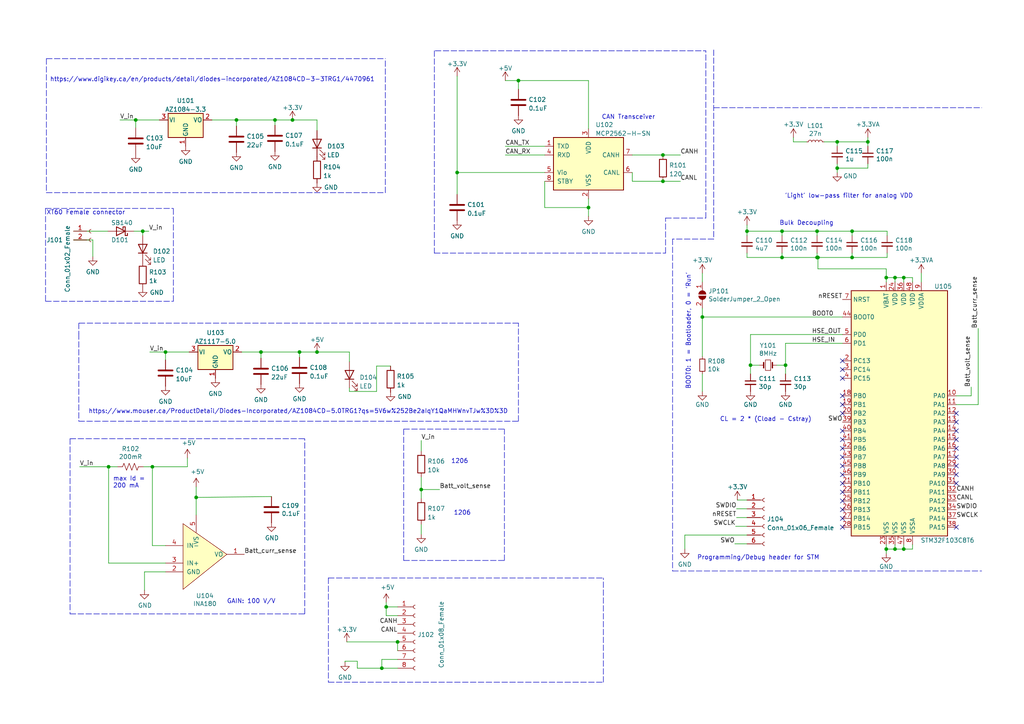
<source format=kicad_sch>
(kicad_sch (version 20211123) (generator eeschema)
  (paper "A4")
  (title_block (title "PDB") (date "2023-02-11") (rev "A") (company "USST Rocketry") (comment 1 "Atharva Kulkarni") (comment 2 "Colton Breitkreuz"))
  (lib_symbols
    (symbol "Connector:Conn_01x02_Female" (pin_names (offset 1.016) hide)
      (property "Reference" "J" (at 0 2.54 0))
      (property "Value" "Conn_01x02_Female" (at 0 -5.08 0))
      (symbol "Conn_01x02_Female_1_1"
        (arc (start 0 -2.032) (mid -0.508 -2.54) (end 0 -3.048) (stroke (width 0.1524)))
        (polyline (pts (xy -1.27 -2.54) (xy -0.508 -2.54)) (stroke (width 0.1524)))
        (polyline (pts (xy -1.27 0) (xy -0.508 0)) (stroke (width 0.1524)))
        (arc (start 0 0.508) (mid -0.508 0) (end 0 -0.508) (stroke (width 0.1524)))
        (pin passive line (at -5.08 0 0) (length 3.81) (name "Pin_1") (number "1"))
        (pin passive line (at -5.08 -2.54 0) (length 3.81) (name "Pin_2") (number "2"))
      )
    )
    (symbol "Connector:Conn_01x06_Female" (pin_names (offset 1.016) hide)
      (property "Reference" "J" (at 0 7.62 0))
      (property "Value" "Conn_01x06_Female" (at 0 -10.16 0))
      (symbol "Conn_01x06_Female_1_1"
        (arc (start 0 -7.112) (mid -0.508 -7.62) (end 0 -8.128) (stroke (width 0.1524)))
        (arc (start 0 -4.572) (mid -0.508 -5.08) (end 0 -5.588) (stroke (width 0.1524)))
        (arc (start 0 -2.032) (mid -0.508 -2.54) (end 0 -3.048) (stroke (width 0.1524)))
        (polyline (pts (xy -1.27 -7.62) (xy -0.508 -7.62)) (stroke (width 0.1524)))
        (polyline (pts (xy -1.27 -5.08) (xy -0.508 -5.08)) (stroke (width 0.1524)))
        (polyline (pts (xy -1.27 -2.54) (xy -0.508 -2.54)) (stroke (width 0.1524)))
        (polyline (pts (xy -1.27 0) (xy -0.508 0)) (stroke (width 0.1524)))
        (polyline (pts (xy -1.27 2.54) (xy -0.508 2.54)) (stroke (width 0.1524)))
        (polyline (pts (xy -1.27 5.08) (xy -0.508 5.08)) (stroke (width 0.1524)))
        (arc (start 0 0.508) (mid -0.508 0) (end 0 -0.508) (stroke (width 0.1524)))
        (arc (start 0 3.048) (mid -0.508 2.54) (end 0 2.032) (stroke (width 0.1524)))
        (arc (start 0 5.588) (mid -0.508 5.08) (end 0 4.572) (stroke (width 0.1524)))
        (pin passive line (at -5.08 5.08 0) (length 3.81) (name "Pin_1") (number "1"))
        (pin passive line (at -5.08 2.54 0) (length 3.81) (name "Pin_2") (number "2"))
        (pin passive line (at -5.08 0 0) (length 3.81) (name "Pin_3") (number "3"))
        (pin passive line (at -5.08 -2.54 0) (length 3.81) (name "Pin_4") (number "4"))
        (pin passive line (at -5.08 -5.08 0) (length 3.81) (name "Pin_5") (number "5"))
        (pin passive line (at -5.08 -7.62 0) (length 3.81) (name "Pin_6") (number "6"))
      )
    )
    (symbol "Connector:Conn_01x08_Female" (pin_names (offset 1.016) hide)
      (property "Reference" "J" (at 0 10.16 0))
      (property "Value" "Conn_01x08_Female" (at 0 -12.7 0))
      (symbol "Conn_01x08_Female_1_1"
        (arc (start 0 -9.652) (mid -0.508 -10.16) (end 0 -10.668) (stroke (width 0.1524)))
        (arc (start 0 -7.112) (mid -0.508 -7.62) (end 0 -8.128) (stroke (width 0.1524)))
        (arc (start 0 -4.572) (mid -0.508 -5.08) (end 0 -5.588) (stroke (width 0.1524)))
        (arc (start 0 -2.032) (mid -0.508 -2.54) (end 0 -3.048) (stroke (width 0.1524)))
        (polyline (pts (xy -1.27 -10.16) (xy -0.508 -10.16)) (stroke (width 0.1524)))
        (polyline (pts (xy -1.27 -7.62) (xy -0.508 -7.62)) (stroke (width 0.1524)))
        (polyline (pts (xy -1.27 -5.08) (xy -0.508 -5.08)) (stroke (width 0.1524)))
        (polyline (pts (xy -1.27 -2.54) (xy -0.508 -2.54)) (stroke (width 0.1524)))
        (polyline (pts (xy -1.27 0) (xy -0.508 0)) (stroke (width 0.1524)))
        (polyline (pts (xy -1.27 2.54) (xy -0.508 2.54)) (stroke (width 0.1524)))
        (polyline (pts (xy -1.27 5.08) (xy -0.508 5.08)) (stroke (width 0.1524)))
        (polyline (pts (xy -1.27 7.62) (xy -0.508 7.62)) (stroke (width 0.1524)))
        (arc (start 0 0.508) (mid -0.508 0) (end 0 -0.508) (stroke (width 0.1524)))
        (arc (start 0 3.048) (mid -0.508 2.54) (end 0 2.032) (stroke (width 0.1524)))
        (arc (start 0 5.588) (mid -0.508 5.08) (end 0 4.572) (stroke (width 0.1524)))
        (arc (start 0 8.128) (mid -0.508 7.62) (end 0 7.112) (stroke (width 0.1524)))
        (pin passive line (at -5.08 7.62 0) (length 3.81) (name "Pin_1") (number "1"))
        (pin passive line (at -5.08 5.08 0) (length 3.81) (name "Pin_2") (number "2"))
        (pin passive line (at -5.08 2.54 0) (length 3.81) (name "Pin_3") (number "3"))
        (pin passive line (at -5.08 0 0) (length 3.81) (name "Pin_4") (number "4"))
        (pin passive line (at -5.08 -2.54 0) (length 3.81) (name "Pin_5") (number "5"))
        (pin passive line (at -5.08 -5.08 0) (length 3.81) (name "Pin_6") (number "6"))
        (pin passive line (at -5.08 -7.62 0) (length 3.81) (name "Pin_7") (number "7"))
        (pin passive line (at -5.08 -10.16 0) (length 3.81) (name "Pin_8") (number "8"))
      )
    )
    (symbol "Device:C" (pin_numbers hide) (pin_names (offset 0.254))
      (property "Reference" "C" (at 0.635 2.54 0))
      (property "Value" "C" (at 0.635 -2.54 0))
      (symbol "C_0_1"
        (polyline (pts (xy -2.032 -0.762) (xy 2.032 -0.762)) (stroke (width 0.508)))
        (polyline (pts (xy -2.032 0.762) (xy 2.032 0.762)) (stroke (width 0.508)))
      )
      (symbol "C_1_1"
        (pin passive line (at 0 3.81 270) (length 2.794) (name "~") (number "1"))
        (pin passive line (at 0 -3.81 90) (length 2.794) (name "~") (number "2"))
      )
    )
    (symbol "Device:C_Small" (pin_numbers hide) (pin_names (offset 0.254) hide)
      (property "Reference" "C" (at 0.254 1.778 0))
      (property "Value" "C_Small" (at 0.254 -2.032 0))
      (symbol "C_Small_0_1"
        (polyline (pts (xy -1.524 -0.508) (xy 1.524 -0.508)) (stroke (width 0.3302)))
        (polyline (pts (xy -1.524 0.508) (xy 1.524 0.508)) (stroke (width 0.3048)))
      )
      (symbol "C_Small_1_1"
        (pin passive line (at 0 2.54 270) (length 2.032) (name "~") (number "1"))
        (pin passive line (at 0 -2.54 90) (length 2.032) (name "~") (number "2"))
      )
    )
    (symbol "Device:Crystal_Small" (pin_numbers hide) (pin_names (offset 1.016) hide)
      (property "Reference" "Y" (at 0 2.54 0))
      (property "Value" "Crystal_Small" (at 0 -2.54 0))
      (symbol "Crystal_Small_0_1"
        (rectangle (start -0.762 -1.524) (end 0.762 1.524))
        (polyline (pts (xy -1.27 -0.762) (xy -1.27 0.762)) (stroke (width 0.381)))
        (polyline (pts (xy 1.27 -0.762) (xy 1.27 0.762)) (stroke (width 0.381)))
      )
      (symbol "Crystal_Small_1_1"
        (pin passive line (at -2.54 0 0) (length 1.27) (name "1") (number "1"))
        (pin passive line (at 2.54 0 180) (length 1.27) (name "2") (number "2"))
      )
    )
    (symbol "Device:LED" (pin_numbers hide) (pin_names (offset 1.016) hide)
      (property "Reference" "D" (at 0 2.54 0))
      (property "Value" "LED" (at 0 -2.54 0))
      (symbol "LED_0_1"
        (polyline (pts (xy -1.27 -1.27) (xy -1.27 1.27)) (stroke (width 0.254)))
        (polyline (pts (xy -1.27 0) (xy 1.27 0)))
        (polyline (pts (xy 1.27 -1.27) (xy 1.27 1.27) (xy -1.27 0) (xy 1.27 -1.27)) (stroke (width 0.254)))
        (polyline (pts (xy -3.048 -0.762) (xy -4.572 -2.286) (xy -3.81 -2.286) (xy -4.572 -2.286) (xy -4.572 -1.524)))
        (polyline (pts (xy -1.778 -0.762) (xy -3.302 -2.286) (xy -2.54 -2.286) (xy -3.302 -2.286) (xy -3.302 -1.524)))
      )
      (symbol "LED_1_1"
        (pin passive line (at -3.81 0 0) (length 2.54) (name "K") (number "1"))
        (pin passive line (at 3.81 0 180) (length 2.54) (name "A") (number "2"))
      )
    )
    (symbol "Device:L_Small" (pin_numbers hide) (pin_names (offset 0.254) hide)
      (property "Reference" "L" (at 0.762 1.016 0))
      (property "Value" "L_Small" (at 0.762 -1.016 0))
      (symbol "L_Small_0_1"
        (arc (start 0 -2.032) (mid 0.508 -1.524) (end 0 -1.016))
        (arc (start 0 -1.016) (mid 0.508 -0.508) (end 0 0))
        (arc (start 0 0) (mid 0.508 0.508) (end 0 1.016))
        (arc (start 0 1.016) (mid 0.508 1.524) (end 0 2.032))
      )
      (symbol "L_Small_1_1"
        (pin passive line (at 0 2.54 270) (length 0.508) (name "~") (number "1"))
        (pin passive line (at 0 -2.54 90) (length 0.508) (name "~") (number "2"))
      )
    )
    (symbol "Device:R" (pin_numbers hide) (pin_names (offset 0))
      (property "Reference" "R" (at 2.032 0 90))
      (property "Value" "R" (at 0 0 90))
      (symbol "R_0_1"
        (rectangle (start -1.016 -2.54) (end 1.016 2.54) (stroke (width 0.254)))
      )
      (symbol "R_1_1"
        (pin passive line (at 0 3.81 270) (length 1.27) (name "~") (number "1"))
        (pin passive line (at 0 -3.81 90) (length 1.27) (name "~") (number "2"))
      )
    )
    (symbol "Device:R_Small" (pin_numbers hide) (pin_names (offset 0.254) hide)
      (property "Reference" "R" (at 0.762 0.508 0))
      (property "Value" "R_Small" (at 0.762 -1.016 0))
      (symbol "R_Small_0_1"
        (rectangle (start -0.762 1.778) (end 0.762 -1.778) (stroke (width 0.2032)))
      )
      (symbol "R_Small_1_1"
        (pin passive line (at 0 2.54 270) (length 0.762) (name "~") (number "1"))
        (pin passive line (at 0 -2.54 90) (length 0.762) (name "~") (number "2"))
      )
    )
    (symbol "Device:R_US" (pin_numbers hide) (pin_names (offset 0))
      (property "Reference" "R" (at 2.54 0 90))
      (property "Value" "R_US" (at -2.54 0 90))
      (symbol "R_US_0_1"
        (polyline (pts (xy 0 -2.286) (xy 0 -2.54)))
        (polyline (pts (xy 0 2.286) (xy 0 2.54)))
        (polyline (pts (xy 0 -0.762) (xy 1.016 -1.143) (xy 0 -1.524) (xy -1.016 -1.905) (xy 0 -2.286)))
        (polyline (pts (xy 0 0.762) (xy 1.016 0.381) (xy 0 0) (xy -1.016 -0.381) (xy 0 -0.762)))
        (polyline (pts (xy 0 2.286) (xy 1.016 1.905) (xy 0 1.524) (xy -1.016 1.143) (xy 0 0.762)))
      )
      (symbol "R_US_1_1"
        (pin passive line (at 0 3.81 270) (length 1.27) (name "~") (number "1"))
        (pin passive line (at 0 -3.81 90) (length 1.27) (name "~") (number "2"))
      )
    )
    (symbol "Diode:SB140" (pin_numbers hide) (pin_names (offset 1.016) hide)
      (property "Reference" "D" (at 0 2.54 0))
      (property "Value" "SB140" (at 0 -2.54 0))
      (symbol "SB140_0_1"
        (polyline (pts (xy 1.27 0) (xy -1.27 0)))
        (polyline (pts (xy 1.27 1.27) (xy 1.27 -1.27) (xy -1.27 0) (xy 1.27 1.27)) (stroke (width 0.254)))
        (polyline (pts (xy -1.905 0.635) (xy -1.905 1.27) (xy -1.27 1.27) (xy -1.27 -1.27) (xy -0.635 -1.27) (xy -0.635 -0.635)) (stroke (width 0.254)))
      )
      (symbol "SB140_1_1"
        (pin passive line (at -3.81 0 0) (length 2.54) (name "K") (number "1"))
        (pin passive line (at 3.81 0 180) (length 2.54) (name "A") (number "2"))
      )
    )
    (symbol "Interface_CAN_LIN:MCP2562-H-SN" (pin_names (offset 1.016))
      (property "Reference" "U" (at -10.16 8.89 0))
      (property "Value" "MCP2562-H-SN" (at 2.54 8.89 0))
      (symbol "MCP2562-H-SN_0_1"
        (rectangle (start -10.16 7.62) (end 10.16 -7.62) (stroke (width 0.254)) (fill (type background)))
      )
      (symbol "MCP2562-H-SN_1_1"
        (pin input line (at -12.7 5.08 0) (length 2.54) (name "TXD") (number "1"))
        (pin power_in line (at 0 -10.16 90) (length 2.54) (name "VSS") (number "2"))
        (pin power_in line (at 0 10.16 270) (length 2.54) (name "VDD") (number "3"))
        (pin output line (at -12.7 2.54 0) (length 2.54) (name "RXD") (number "4"))
        (pin power_in line (at -12.7 -2.54 0) (length 2.54) (name "Vio") (number "5"))
        (pin bidirectional line (at 12.7 -2.54 180) (length 2.54) (name "CANL") (number "6"))
        (pin bidirectional line (at 12.7 2.54 180) (length 2.54) (name "CANH") (number "7"))
        (pin input line (at -12.7 -5.08 0) (length 2.54) (name "STBY") (number "8"))
      )
    )
    (symbol "Jumper:SolderJumper_2_Open" (pin_names (offset 0) hide)
      (property "Reference" "JP" (at 0 2.032 0))
      (property "Value" "SolderJumper_2_Open" (at 0 -2.54 0))
      (symbol "SolderJumper_2_Open_0_1"
        (arc (start -0.254 1.016) (mid -1.27 0) (end -0.254 -1.016))
        (arc (start -0.254 1.016) (mid -1.27 0) (end -0.254 -1.016) (fill (type outline)))
        (polyline (pts (xy -0.254 1.016) (xy -0.254 -1.016)))
        (polyline (pts (xy 0.254 1.016) (xy 0.254 -1.016)))
        (arc (start 0.254 -1.016) (mid 1.27 0) (end 0.254 1.016))
        (arc (start 0.254 -1.016) (mid 1.27 0) (end 0.254 1.016) (fill (type outline)))
      )
      (symbol "SolderJumper_2_Open_1_1"
        (pin passive line (at -3.81 0 0) (length 2.54) (name "A") (number "1"))
        (pin passive line (at 3.81 0 180) (length 2.54) (name "B") (number "2"))
      )
    )
    (symbol "MCU_ST_STM32F1:STM32F103C8Tx"
      (property "Reference" "U" (at -15.24 36.83 0))
      (property "Value" "STM32F103C8Tx" (at 7.62 36.83 0))
      (symbol "STM32F103C8Tx_0_1"
        (rectangle (start -15.24 -35.56) (end 12.7 35.56) (stroke (width 0.254)) (fill (type background)))
      )
      (symbol "STM32F103C8Tx_1_1"
        (pin power_in line (at -5.08 38.1 270) (length 2.54) (name "VBAT") (number "1"))
        (pin bidirectional line (at 15.24 5.08 180) (length 2.54) (name "PA0") (number "10"))
        (pin bidirectional line (at 15.24 2.54 180) (length 2.54) (name "PA1") (number "11"))
        (pin bidirectional line (at 15.24 0 180) (length 2.54) (name "PA2") (number "12"))
        (pin bidirectional line (at 15.24 -2.54 180) (length 2.54) (name "PA3") (number "13"))
        (pin bidirectional line (at 15.24 -5.08 180) (length 2.54) (name "PA4") (number "14"))
        (pin bidirectional line (at 15.24 -7.62 180) (length 2.54) (name "PA5") (number "15"))
        (pin bidirectional line (at 15.24 -10.16 180) (length 2.54) (name "PA6") (number "16"))
        (pin bidirectional line (at 15.24 -12.7 180) (length 2.54) (name "PA7") (number "17"))
        (pin bidirectional line (at -17.78 5.08 0) (length 2.54) (name "PB0") (number "18"))
        (pin bidirectional line (at -17.78 2.54 0) (length 2.54) (name "PB1") (number "19"))
        (pin bidirectional line (at -17.78 15.24 0) (length 2.54) (name "PC13") (number "2"))
        (pin bidirectional line (at -17.78 0 0) (length 2.54) (name "PB2") (number "20"))
        (pin bidirectional line (at -17.78 -20.32 0) (length 2.54) (name "PB10") (number "21"))
        (pin bidirectional line (at -17.78 -22.86 0) (length 2.54) (name "PB11") (number "22"))
        (pin power_in line (at -5.08 -38.1 90) (length 2.54) (name "VSS") (number "23"))
        (pin power_in line (at -2.54 38.1 270) (length 2.54) (name "VDD") (number "24"))
        (pin bidirectional line (at -17.78 -25.4 0) (length 2.54) (name "PB12") (number "25"))
        (pin bidirectional line (at -17.78 -27.94 0) (length 2.54) (name "PB13") (number "26"))
        (pin bidirectional line (at -17.78 -30.48 0) (length 2.54) (name "PB14") (number "27"))
        (pin bidirectional line (at -17.78 -33.02 0) (length 2.54) (name "PB15") (number "28"))
        (pin bidirectional line (at 15.24 -15.24 180) (length 2.54) (name "PA8") (number "29"))
        (pin bidirectional line (at -17.78 12.7 0) (length 2.54) (name "PC14") (number "3"))
        (pin bidirectional line (at 15.24 -17.78 180) (length 2.54) (name "PA9") (number "30"))
        (pin bidirectional line (at 15.24 -20.32 180) (length 2.54) (name "PA10") (number "31"))
        (pin bidirectional line (at 15.24 -22.86 180) (length 2.54) (name "PA11") (number "32"))
        (pin bidirectional line (at 15.24 -25.4 180) (length 2.54) (name "PA12") (number "33"))
        (pin bidirectional line (at 15.24 -27.94 180) (length 2.54) (name "PA13") (number "34"))
        (pin power_in line (at -2.54 -38.1 90) (length 2.54) (name "VSS") (number "35"))
        (pin power_in line (at 0 38.1 270) (length 2.54) (name "VDD") (number "36"))
        (pin bidirectional line (at 15.24 -30.48 180) (length 2.54) (name "PA14") (number "37"))
        (pin bidirectional line (at 15.24 -33.02 180) (length 2.54) (name "PA15") (number "38"))
        (pin bidirectional line (at -17.78 -2.54 0) (length 2.54) (name "PB3") (number "39"))
        (pin bidirectional line (at -17.78 10.16 0) (length 2.54) (name "PC15") (number "4"))
        (pin bidirectional line (at -17.78 -5.08 0) (length 2.54) (name "PB4") (number "40"))
        (pin bidirectional line (at -17.78 -7.62 0) (length 2.54) (name "PB5") (number "41"))
        (pin bidirectional line (at -17.78 -10.16 0) (length 2.54) (name "PB6") (number "42"))
        (pin bidirectional line (at -17.78 -12.7 0) (length 2.54) (name "PB7") (number "43"))
        (pin input line (at -17.78 27.94 0) (length 2.54) (name "BOOT0") (number "44"))
        (pin bidirectional line (at -17.78 -15.24 0) (length 2.54) (name "PB8") (number "45"))
        (pin bidirectional line (at -17.78 -17.78 0) (length 2.54) (name "PB9") (number "46"))
        (pin power_in line (at 0 -38.1 90) (length 2.54) (name "VSS") (number "47"))
        (pin power_in line (at 2.54 38.1 270) (length 2.54) (name "VDD") (number "48"))
        (pin input line (at -17.78 22.86 0) (length 2.54) (name "PD0") (number "5"))
        (pin input line (at -17.78 20.32 0) (length 2.54) (name "PD1") (number "6"))
        (pin input line (at -17.78 33.02 0) (length 2.54) (name "NRST") (number "7"))
        (pin power_in line (at 2.54 -38.1 90) (length 2.54) (name "VSSA") (number "8"))
        (pin power_in line (at 5.08 38.1 270) (length 2.54) (name "VDDA") (number "9"))
      )
    )
    (symbol "Regulator_Linear:AZ1084-3.3" (pin_names (offset 0.254))
      (property "Reference" "U" (at -3.81 3.175 0))
      (property "Value" "AZ1084-3.3" (at 0 3.175 0))
      (symbol "AZ1084-3.3_0_1"
        (rectangle (start -5.08 1.905) (end 5.08 -5.08) (stroke (width 0.254)) (fill (type background)))
      )
      (symbol "AZ1084-3.3_1_1"
        (pin power_in line (at 0 -7.62 90) (length 2.54) (name "GND") (number "1"))
        (pin power_out line (at 7.62 0 180) (length 2.54) (name "VO") (number "2"))
        (pin power_in line (at -7.62 0 0) (length 2.54) (name "VI") (number "3"))
      )
    )
    (symbol "Regulator_Linear:AZ1117-5.0" (pin_names (offset 0.254))
      (property "Reference" "U" (at -3.81 3.175 0))
      (property "Value" "AZ1117-5.0" (at 0 3.175 0))
      (symbol "AZ1117-5.0_0_1"
        (rectangle (start -5.08 1.905) (end 5.08 -5.08) (stroke (width 0.254)) (fill (type background)))
      )
      (symbol "AZ1117-5.0_1_1"
        (pin power_in line (at 0 -7.62 90) (length 2.54) (name "GND") (number "1"))
        (pin power_out line (at 7.62 0 180) (length 2.54) (name "VO") (number "2"))
        (pin power_in line (at -7.62 0 0) (length 2.54) (name "VI") (number "3"))
      )
    )
    (symbol "canhw:INA180" (pin_names (offset 1.016))
      (property "Reference" "U" (at -5.08 13.97 0))
      (property "Value" "INA180" (at -11.43 15.24 0))
      (symbol "INA180_0_1"
        (polyline (pts (xy 5.08 0) (xy -7.62 8.89)))
        (polyline (pts (xy -7.62 8.89) (xy -7.62 -10.16) (xy 5.08 0)) (fill (type background)))
      )
      (symbol "INA180_1_1"
        (pin output line (at 10.16 0 180) (length 5.08) (name "VO") (number "1"))
        (pin power_in line (at -12.7 -5.08 0) (length 5.08) (name "GND") (number "2"))
        (pin input line (at -12.7 -2.54 0) (length 5.08) (name "IN+") (number "3"))
        (pin input line (at -12.7 2.54 0) (length 5.08) (name "IN-") (number "4"))
        (pin power_in line (at -3.81 11.43 270) (length 5.08) (name "VS") (number "5"))
      )
    )
    (symbol "power:+3.3V" (power) (pin_names (offset 0))
      (property "Value" "+3.3V" (at 0 3.556 0))
      (symbol "+3.3V_0_1"
        (polyline (pts (xy -0.762 1.27) (xy 0 2.54)))
        (polyline (pts (xy 0 0) (xy 0 2.54)))
        (polyline (pts (xy 0 2.54) (xy 0.762 1.27)))
      )
      (symbol "+3.3V_1_1"
        (pin power_in line (at 0 0 90) (length 0) hide (name "+3.3V") (number "1"))
      )
    )
    (symbol "power:+3.3VA" (power) (pin_names (offset 0))
      (property "Value" "+3.3VA" (at 0 3.556 0))
      (symbol "+3.3VA_0_1"
        (polyline (pts (xy -0.762 1.27) (xy 0 2.54)))
        (polyline (pts (xy 0 0) (xy 0 2.54)))
        (polyline (pts (xy 0 2.54) (xy 0.762 1.27)))
      )
      (symbol "+3.3VA_1_1"
        (pin power_in line (at 0 0 90) (length 0) hide (name "+3.3VA") (number "1"))
      )
    )
    (symbol "power:+5V" (power) (pin_names (offset 0))
      (property "Value" "+5V" (at 0 3.556 0))
      (symbol "+5V_0_1"
        (polyline (pts (xy -0.762 1.27) (xy 0 2.54)))
        (polyline (pts (xy 0 0) (xy 0 2.54)))
        (polyline (pts (xy 0 2.54) (xy 0.762 1.27)))
      )
      (symbol "+5V_1_1"
        (pin power_in line (at 0 0 90) (length 0) hide (name "+5V") (number "1"))
      )
    )
    (symbol "power:GND" (power) (pin_names (offset 0))
      (property "Value" "GND" (at 0 -3.81 0))
      (symbol "GND_0_1"
        (polyline (pts (xy 0 0) (xy 0 -1.27) (xy 1.27 -1.27) (xy 0 -2.54) (xy -1.27 -1.27) (xy 0 -1.27)))
      )
      (symbol "GND_1_1"
        (pin power_in line (at 0 0 270) (length 0) hide (name "GND") (number "1"))
      )
    )
  )
  (junction (at 257.048 80.518))
  (junction (at 192.278 52.578))
  (junction (at 203.708 91.948))
  (junction (at 236.982 74.676))
  (junction (at 44.196 135.382))
  (junction (at 227.838 105.918))
  (junction (at 132.588 50.038))
  (junction (at 259.588 80.518))
  (junction (at 56.896 144.272))
  (junction (at 262.128 80.518))
  (junction (at 262.128 159.258))
  (junction (at 84.836 34.798))
  (junction (at 48.006 102.108))
  (junction (at 86.868 102.108))
  (junction (at 242.824 48.768))
  (junction (at 251.714 41.148))
  (junction (at 192.278 44.958))
  (junction (at 257.048 159.258))
  (junction (at 41.402 67.056))
  (junction (at 237.236 74.676))
  (junction (at 247.142 74.676))
  (junction (at 216.662 67.056))
  (junction (at 115.316 186.182))
  (junction (at 31.496 135.382))
  (junction (at 170.688 60.198))
  (junction (at 91.948 102.108))
  (junction (at 122.174 141.986))
  (junction (at 242.824 41.148))
  (junction (at 68.58 34.798))
  (junction (at 39.37 34.798))
  (junction (at 150.368 23.368))
  (junction (at 79.756 34.798))
  (junction (at 112.014 176.022))
  (junction (at 110.744 193.802))
  (junction (at 75.692 102.108))
  (junction (at 226.822 74.676))
  (junction (at 236.982 67.056))
  (junction (at 217.678 105.918))
  (junction (at 226.822 67.056))
  (junction (at 247.142 67.056))
  (junction (at 259.588 159.258))
  (no_connect (at 244.348 109.728))
  (no_connect (at 244.348 150.368))
  (no_connect (at 277.368 152.908))
  (no_connect (at 244.348 135.128))
  (no_connect (at 244.348 130.048))
  (no_connect (at 244.348 132.588))
  (no_connect (at 244.348 142.748))
  (no_connect (at 244.348 140.208))
  (no_connect (at 244.348 137.668))
  (no_connect (at 277.368 124.968))
  (no_connect (at 277.368 127.508))
  (no_connect (at 277.368 130.048))
  (no_connect (at 277.368 132.588))
  (no_connect (at 277.368 135.128))
  (no_connect (at 277.368 137.668))
  (no_connect (at 277.368 140.208))
  (no_connect (at 277.368 122.428))
  (no_connect (at 244.348 124.968))
  (no_connect (at 244.348 119.888))
  (no_connect (at 244.348 117.348))
  (no_connect (at 244.348 145.288))
  (no_connect (at 244.348 152.908))
  (no_connect (at 244.348 107.188))
  (no_connect (at 244.348 104.648))
  (no_connect (at 244.348 127.508))
  (no_connect (at 244.348 114.808))
  (no_connect (at 277.368 119.888))
  (no_connect (at 244.348 147.828))
  (wire (pts (xy 216.662 67.056) (xy 216.662 68.326)))
  (polyline (pts (xy 117.094 124.46) (xy 117.094 162.56)))
  (wire (pts (xy 132.588 22.098) (xy 132.588 50.038)))
  (wire (pts (xy 247.142 67.056) (xy 236.982 67.056)))
  (wire (pts (xy 115.316 188.722) (xy 115.316 186.182)))
  (wire (pts (xy 170.688 23.368) (xy 170.688 37.338)))
  (wire (pts (xy 101.346 102.108) (xy 101.346 104.902)))
  (wire (pts (xy 109.22 106.172) (xy 113.284 106.172)))
  (wire (pts (xy 242.824 47.498) (xy 242.824 48.768)))
  (wire (pts (xy 56.896 141.224) (xy 56.896 144.272)))
  (wire (pts (xy 213.614 147.574) (xy 216.662 147.574)))
  (wire (pts (xy 44.196 135.382) (xy 54.356 135.382)))
  (wire (pts (xy 237.236 74.676) (xy 237.236 77.978)))
  (wire (pts (xy 251.714 39.878) (xy 251.714 41.148)))
  (polyline (pts (xy 150.368 122.174) (xy 150.368 93.726)))
  (wire (pts (xy 48.006 102.108) (xy 54.864 102.108)))
  (wire (pts (xy 283.718 117.348) (xy 283.718 95.25)))
  (wire (pts (xy 100.584 186.182) (xy 115.316 186.182)))
  (polyline (pts (xy 146.304 162.56) (xy 146.304 124.46)))
  (polyline (pts (xy 22.86 122.174) (xy 150.368 122.174)))
  (wire (pts (xy 75.692 102.108) (xy 86.868 102.108)))
  (wire (pts (xy 103.632 191.77) (xy 100.076 191.77)))
  (wire (pts (xy 70.104 102.108) (xy 75.692 102.108)))
  (wire (pts (xy 48.006 102.108) (xy 48.006 104.394)))
  (wire (pts (xy 264.668 159.258) (xy 264.668 157.988)))
  (wire (pts (xy 91.948 34.798) (xy 91.948 37.846)))
  (polyline (pts (xy 207.01 69.342) (xy 195.072 69.342)))
  (wire (pts (xy 237.236 74.676) (xy 247.142 74.676)))
  (wire (pts (xy 257.048 160.528) (xy 257.048 159.258)))
  (wire (pts (xy 217.678 105.918) (xy 220.218 105.918)))
  (wire (pts (xy 257.048 80.518) (xy 257.048 81.788)))
  (polyline (pts (xy 88.392 178.054) (xy 88.392 127.254)))
  (wire (pts (xy 115.316 193.802) (xy 110.744 193.802)))
  (wire (pts (xy 262.128 81.788) (xy 262.128 80.518)))
  (wire (pts (xy 277.368 114.808) (xy 281.686 114.808)))
  (wire (pts (xy 122.174 127.762) (xy 122.174 130.81)))
  (wire (pts (xy 259.588 81.788) (xy 259.588 80.518)))
  (wire (pts (xy 54.356 135.382) (xy 54.356 132.842)))
  (wire (pts (xy 112.014 178.562) (xy 115.316 178.562)))
  (polyline (pts (xy 95.25 167.64) (xy 95.25 197.866)))
  (wire (pts (xy 39.37 34.798) (xy 46.228 34.798)))
  (wire (pts (xy 239.014 41.148) (xy 242.824 41.148)))
  (wire (pts (xy 257.302 67.056) (xy 247.142 67.056)))
  (wire (pts (xy 68.58 34.798) (xy 79.756 34.798)))
  (wire (pts (xy 78.74 144.018) (xy 56.896 144.272)))
  (wire (pts (xy 41.402 67.056) (xy 41.402 68.326)))
  (polyline (pts (xy 20.32 127.254) (xy 88.392 127.254)))
  (wire (pts (xy 146.558 23.368) (xy 150.368 23.368)))
  (wire (pts (xy 237.236 77.978) (xy 257.048 77.978)))
  (wire (pts (xy 103.632 193.802) (xy 103.632 191.77)))
  (wire (pts (xy 146.558 44.958) (xy 157.988 44.958)))
  (wire (pts (xy 257.302 68.326) (xy 257.302 67.056)))
  (wire (pts (xy 122.174 152.146) (xy 122.174 154.94)))
  (wire (pts (xy 48.006 163.322) (xy 31.496 163.322)))
  (wire (pts (xy 226.822 67.056) (xy 226.822 68.326)))
  (wire (pts (xy 259.588 80.518) (xy 262.128 80.518)))
  (wire (pts (xy 259.588 159.258) (xy 262.128 159.258)))
  (wire (pts (xy 236.982 68.326) (xy 236.982 67.056)))
  (wire (pts (xy 236.982 67.056) (xy 226.822 67.056)))
  (wire (pts (xy 112.014 176.022) (xy 112.014 178.562)))
  (polyline (pts (xy 204.724 63.246) (xy 204.724 14.732)))
  (wire (pts (xy 251.714 42.418) (xy 251.714 41.148)))
  (wire (pts (xy 247.142 73.406) (xy 247.142 74.676)))
  (wire (pts (xy 21.336 69.596) (xy 26.924 69.596)))
  (polyline (pts (xy 207.01 14.478) (xy 207.01 69.342)))
  (wire (pts (xy 198.628 159.258) (xy 198.628 155.194)))
  (wire (pts (xy 39.37 34.798) (xy 39.37 37.084)))
  (wire (pts (xy 31.496 163.322) (xy 31.496 135.382)))
  (polyline (pts (xy 50.292 87.376) (xy 50.292 60.452)))
  (polyline (pts (xy 207.01 31.242) (xy 284.734 31.242)))
  (polyline (pts (xy 125.984 14.732) (xy 125.984 73.406)))
  (wire (pts (xy 217.678 97.028) (xy 217.678 105.918)))
  (wire (pts (xy 41.656 135.382) (xy 44.196 135.382)))
  (polyline (pts (xy 13.208 87.376) (xy 50.292 87.376)))
  (wire (pts (xy 101.346 112.522) (xy 101.346 113.538)))
  (wire (pts (xy 251.714 41.148) (xy 242.824 41.148)))
  (wire (pts (xy 226.822 74.676) (xy 226.822 73.406)))
  (wire (pts (xy 109.22 113.538) (xy 109.22 106.172)))
  (wire (pts (xy 203.708 91.948) (xy 203.708 103.378)))
  (wire (pts (xy 23.114 135.382) (xy 31.496 135.382)))
  (polyline (pts (xy 13.208 60.452) (xy 13.208 87.376)))
  (wire (pts (xy 262.128 159.258) (xy 264.668 159.258)))
  (polyline (pts (xy 126.238 14.732) (xy 204.724 14.732)))
  (wire (pts (xy 84.836 34.798) (xy 91.948 34.798)))
  (wire (pts (xy 91.948 102.108) (xy 101.346 102.108)))
  (wire (pts (xy 110.744 191.262) (xy 110.744 193.802)))
  (wire (pts (xy 244.348 91.948) (xy 203.708 91.948)))
  (polyline (pts (xy 193.04 63.246) (xy 204.724 63.246)))
  (wire (pts (xy 115.316 191.262) (xy 110.744 191.262)))
  (polyline (pts (xy 13.208 60.452) (xy 50.292 60.452)))
  (polyline (pts (xy 117.094 162.56) (xy 146.304 162.56)))
  (wire (pts (xy 68.58 34.798) (xy 68.58 36.576)))
  (wire (pts (xy 213.614 150.114) (xy 216.662 150.114)))
  (wire (pts (xy 150.368 23.368) (xy 170.688 23.368)))
  (wire (pts (xy 21.336 67.056) (xy 31.242 67.056)))
  (wire (pts (xy 79.756 34.798) (xy 84.836 34.798)))
  (wire (pts (xy 192.278 44.958) (xy 197.358 44.958)))
  (wire (pts (xy 79.756 34.798) (xy 79.756 36.322)))
  (wire (pts (xy 183.388 50.038) (xy 183.388 52.578)))
  (wire (pts (xy 198.628 155.194) (xy 216.662 155.194)))
  (wire (pts (xy 43.434 102.108) (xy 48.006 102.108)))
  (wire (pts (xy 267.208 79.248) (xy 267.208 81.788)))
  (wire (pts (xy 86.868 102.108) (xy 86.868 103.632)))
  (wire (pts (xy 247.142 68.326) (xy 247.142 67.056)))
  (wire (pts (xy 101.346 113.538) (xy 109.22 113.538)))
  (wire (pts (xy 281.686 114.808) (xy 281.686 112.268)))
  (wire (pts (xy 217.678 108.458) (xy 217.678 105.918)))
  (wire (pts (xy 277.368 117.348) (xy 283.718 117.348)))
  (wire (pts (xy 100.076 191.77) (xy 100.076 192.024)))
  (wire (pts (xy 157.988 60.198) (xy 170.688 60.198)))
  (wire (pts (xy 242.824 50.038) (xy 242.824 48.768)))
  (wire (pts (xy 132.588 50.038) (xy 157.988 50.038)))
  (wire (pts (xy 251.714 48.768) (xy 251.714 47.498)))
  (wire (pts (xy 236.982 74.676) (xy 237.236 74.676)))
  (polyline (pts (xy 95.25 167.64) (xy 175.006 167.64)))
  (wire (pts (xy 227.838 108.458) (xy 227.838 105.918)))
  (wire (pts (xy 146.558 42.418) (xy 157.988 42.418)))
  (wire (pts (xy 112.014 176.022) (xy 115.316 176.022)))
  (wire (pts (xy 230.124 39.878) (xy 230.124 41.148)))
  (wire (pts (xy 31.496 135.382) (xy 34.036 135.382)))
  (wire (pts (xy 257.048 159.258) (xy 257.048 157.988)))
  (wire (pts (xy 257.048 159.258) (xy 259.588 159.258)))
  (wire (pts (xy 150.368 23.368) (xy 150.368 25.908)))
  (wire (pts (xy 41.402 67.056) (xy 43.18 67.056)))
  (polyline (pts (xy 13.462 17.018) (xy 111.76 17.018)))
  (wire (pts (xy 26.924 69.596) (xy 26.924 74.422)))
  (wire (pts (xy 203.708 89.408) (xy 203.708 91.948)))
  (polyline (pts (xy 193.04 73.406) (xy 193.04 63.246)))
  (wire (pts (xy 264.668 80.518) (xy 264.668 81.788)))
  (wire (pts (xy 170.688 57.658) (xy 170.688 60.198)))
  (wire (pts (xy 170.688 60.198) (xy 170.688 62.738)))
  (polyline (pts (xy 13.462 55.88) (xy 111.76 55.88)))
  (wire (pts (xy 244.348 97.028) (xy 217.678 97.028)))
  (wire (pts (xy 262.128 80.518) (xy 264.668 80.518)))
  (polyline (pts (xy 125.984 73.406) (xy 193.04 73.406)))
  (wire (pts (xy 56.896 144.272) (xy 56.896 149.352)))
  (wire (pts (xy 259.588 157.988) (xy 259.588 159.258)))
  (wire (pts (xy 122.174 141.986) (xy 122.174 144.526)))
  (wire (pts (xy 41.91 165.862) (xy 48.006 165.862)))
  (wire (pts (xy 227.838 105.918) (xy 227.838 99.568)))
  (wire (pts (xy 226.822 67.056) (xy 216.662 67.056)))
  (wire (pts (xy 226.822 74.676) (xy 236.982 74.676)))
  (polyline (pts (xy 20.32 178.054) (xy 88.392 178.054)))
  (wire (pts (xy 122.174 141.986) (xy 127.508 141.986)))
  (wire (pts (xy 216.662 73.406) (xy 216.662 74.676)))
  (polyline (pts (xy 117.094 124.46) (xy 146.304 124.46)))
  (polyline (pts (xy 195.072 165.608) (xy 284.734 165.608)))
  (wire (pts (xy 44.196 158.242) (xy 44.196 135.382)))
  (wire (pts (xy 183.388 44.958) (xy 192.278 44.958)))
  (wire (pts (xy 132.588 50.038) (xy 132.588 56.388)))
  (wire (pts (xy 242.824 42.418) (xy 242.824 41.148)))
  (wire (pts (xy 203.708 113.538) (xy 203.708 108.458)))
  (polyline (pts (xy 22.86 96.774) (xy 22.86 122.174)))
  (wire (pts (xy 213.106 157.734) (xy 216.662 157.734)))
  (polyline (pts (xy 111.76 55.88) (xy 111.76 17.018)))
  (wire (pts (xy 110.744 193.802) (xy 103.632 193.802)))
  (wire (pts (xy 75.692 102.108) (xy 75.692 103.886)))
  (wire (pts (xy 236.982 73.406) (xy 236.982 74.676)))
  (wire (pts (xy 247.142 74.676) (xy 257.302 74.676)))
  (wire (pts (xy 41.91 165.862) (xy 41.91 171.196)))
  (polyline (pts (xy 20.32 127.254) (xy 20.32 178.054)))
  (wire (pts (xy 157.988 52.578) (xy 157.988 60.198)))
  (polyline (pts (xy 175.006 197.866) (xy 175.006 167.64)))
  (wire (pts (xy 257.302 73.406) (xy 257.302 74.676)))
  (polyline (pts (xy 150.368 93.726) (xy 22.86 93.726)))
  (wire (pts (xy 203.708 79.248) (xy 203.708 81.788)))
  (wire (pts (xy 34.798 34.798) (xy 39.37 34.798)))
  (wire (pts (xy 216.662 65.278) (xy 216.662 67.056)))
  (polyline (pts (xy 13.462 17.018) (xy 13.462 55.88)))
  (wire (pts (xy 48.006 158.242) (xy 44.196 158.242)))
  (polyline (pts (xy 95.25 197.866) (xy 175.006 197.866)))
  (polyline (pts (xy 22.86 93.726) (xy 22.86 96.774)))
  (wire (pts (xy 213.36 152.654) (xy 216.662 152.654)))
  (wire (pts (xy 227.838 99.568) (xy 244.348 99.568)))
  (wire (pts (xy 192.278 52.578) (xy 197.358 52.578)))
  (wire (pts (xy 257.048 77.978) (xy 257.048 80.518)))
  (wire (pts (xy 230.124 41.148) (xy 233.934 41.148)))
  (wire (pts (xy 213.868 145.034) (xy 216.662 145.034)))
  (wire (pts (xy 242.824 48.768) (xy 251.714 48.768)))
  (wire (pts (xy 183.388 52.578) (xy 192.278 52.578)))
  (wire (pts (xy 112.014 174.752) (xy 112.014 176.022)))
  (polyline (pts (xy 195.072 69.342) (xy 195.072 165.608)))
  (wire (pts (xy 225.298 105.918) (xy 227.838 105.918)))
  (wire (pts (xy 257.048 80.518) (xy 259.588 80.518)))
  (wire (pts (xy 86.868 102.108) (xy 91.948 102.108)))
  (wire (pts (xy 61.468 34.798) (xy 68.58 34.798)))
  (wire (pts (xy 122.174 138.43) (xy 122.174 141.986)))
  (wire (pts (xy 38.862 67.056) (xy 41.402 67.056)))
  (wire (pts (xy 216.662 74.676) (xy 226.822 74.676)))
  (wire (pts (xy 262.128 157.988) (xy 262.128 159.258)))
  (text "BOOT0: 1 = Bootloader, 0 = 'Run'" (at 200.406 113.03 90) (effects (font (size 1.27 1.27)) (justify left bottom)))
  (text "https://www.mouser.ca/ProductDetail/Diodes-Incorporated/AZ1084CD-5.0TRG1?qs=5V6w%252Be2aIqY1QaMHWnvTJw%3D%3D\n" (at 25.654 120.142 0) (effects (font (size 1.27 1.27)) (justify left bottom)))
  (text "CL = 2 * (Cload - Cstray)" (at 208.788 122.428 0) (effects (font (size 1.27 1.27)) (justify left bottom)))
  (text "'Light' low-pass filter for analog VDD" (at 227.584 57.658 0) (effects (font (size 1.27 1.27)) (justify left bottom)))
  (text "Bulk Decoupling\n" (at 226.06 65.532 0) (effects (font (size 1.27 1.27)) (justify left bottom)))
  (text "https://www.digikey.ca/en/products/detail/diodes-incorporated/AZ1084CD-3-3TRG1/4470961" (at 14.478 23.876 0) (effects (font (size 1.27 1.27)) (justify left bottom)))
  (text "GAIN: 100 V/V" (at 65.786 175.26 0) (effects (font (size 1.27 1.27)) (justify left bottom)))
  (text "max Id =\n200 mA" (at 32.766 141.732 0) (effects (font (size 1.27 1.27)) (justify left bottom)))
  (text "XT60 Female connector\n" (at 13.462 62.484 0) (effects (font (size 1.27 1.27)) (justify left bottom)))
  (text "CAN Transceiver\n" (at 174.498 34.798 0) (effects (font (size 1.27 1.27)) (justify left bottom)))
  (text "Programming/Debug header for STM\n" (at 202.184 162.56 0) (effects (font (size 1.27 1.27)) (justify left bottom)))
  (text "1206" (at 131.572 149.606 0) (effects (font (size 1.27 1.27)) (justify left bottom)))
  (text "1206" (at 130.81 134.62 0) (effects (font (size 1.27 1.27)) (justify left bottom)))
  (label "CAN_RX" (at 146.558 44.958 0))
  (label "HSE_IN" (at 235.458 99.568 0))
  (label "CANH" (at 277.368 142.748 0))
  (label "Batt_curr_sense" (at 70.866 160.782 0))
  (label "SWO" (at 244.348 122.428 180))
  (label "SWO" (at 213.106 157.734 180))
  (label "CANL" (at 277.368 145.288 0))
  (label "Batt_curr_sense" (at 283.718 95.25 90))
  (label "BOOT0" (at 235.458 91.948 0))
  (label "CANH" (at 197.358 44.958 0))
  (label "Batt_volt_sense" (at 281.686 112.268 90))
  (label "CANL" (at 197.358 52.578 0))
  (label "CANH" (at 115.316 181.102 180))
  (label "CAN_TX" (at 146.558 42.418 0))
  (label "V_in" (at 43.18 67.056 0))
  (label "V_in" (at 23.114 135.382 0))
  (label "SWDIO" (at 213.614 147.574 180))
  (label "V_in" (at 122.174 127.762 0))
  (label "SWCLK" (at 213.36 152.654 180))
  (label "SWCLK" (at 277.368 150.368 0))
  (label "V_in" (at 34.798 34.798 0))
  (label "V_in" (at 43.434 102.108 0))
  (label "nRESET" (at 244.348 86.868 180))
  (label "SWDIO" (at 277.368 147.828 0))
  (label "Batt_volt_sense" (at 127.508 141.986 0))
  (label "nRESET" (at 213.614 150.114 180))
  (label "HSE_OUT" (at 235.458 97.028 0))
  (label "CANL" (at 115.316 183.642 180))
  (symbol (lib_id "Connector:Conn_01x06_Female") (at 221.742 150.114 0) (unit 1)
    (property "Reference" "J104" (at 222.4532 150.5493 0) (effects (justify left)))
    (property "Value" "Conn_01x06_Female" (at 222.4532 153.0862 0) (effects (justify left)))
    (property "Footprint" "Connector:Tag-Connect_TC2030-IDC-FP_2x03_P1.27mm_Vertical" (effects hide))
  )
  (symbol (lib_id "Device:C_Small") (at 227.838 110.998 0) (unit 1)
    (property "Reference" "C113" (at 230.1748 109.8296 0) (effects (justify left)))
    (property "Value" "30p" (at 230.1748 112.141 0) (effects (justify left)))
    (property "Footprint" "Capacitor_SMD:C_0805_2012Metric_Pad1.18x1.45mm_HandSolder" (effects hide))
    (property "LCSC Part #" "C1570" (effects hide))
  )
  (symbol (lib_id "Device:C_Small") (at 251.714 44.958 0) (unit 1)
    (property "Reference" "C117" (at 254.0508 43.7896 0) (effects (justify left)))
    (property "Value" "100n" (at 254.0508 46.101 0) (effects (justify left)))
    (property "Footprint" "Capacitor_SMD:C_0805_2012Metric_Pad1.18x1.45mm_HandSolder" (effects hide))
    (property "LCSC Part #" "C1525" (effects hide))
  )
  (symbol (lib_id "Connector:Conn_01x08_Female") (at 120.396 183.642 0) (unit 1)
    (property "Reference" "J102" (at 121.1072 184.0773 0) (effects (justify left)))
    (property "Value" "Conn_01x08_Female" (at 128.016 193.802 90) (effects (justify left)))
    (property "Footprint" "Connector_PinHeader_1.27mm:PinHeader_1x08_P1.27mm_Horizontal" (effects hide))
  )
  (symbol (lib_id "Device:Crystal_Small") (at 222.758 105.918 0) (unit 1)
    (property "Reference" "Y101" (at 222.758 100.203 0))
    (property "Value" "8MHz" (at 222.758 102.5144 0))
    (property "Footprint" "Crystal:Crystal_SMD_5032-2Pin_5.0x3.2mm" (effects hide))
    (property "LCSC Part #" "C115962" (effects hide))
  )
  (symbol (lib_id "power:GND") (at 122.174 154.94 0) (unit 1)
    (property "Reference" "#PWR0136" (effects hide))
    (property "Value" "GND" (at 122.174 159.3834 0))
  )
  (symbol (lib_id "Device:C") (at 132.588 60.198 0) (unit 1)
    (property "Reference" "C101" (at 135.509 59.3633 0) (effects (justify left)))
    (property "Value" "0.1uF" (at 135.509 61.9002 0) (effects (justify left)))
    (property "Footprint" "Capacitor_SMD:C_0805_2012Metric_Pad1.18x1.45mm_HandSolder" (effects hide))
  )
  (symbol (lib_id "Device:R") (at 122.174 148.336 0) (unit 1)
    (property "Reference" "R107" (at 123.952 147.5013 0) (effects (justify left)))
    (property "Value" "1k" (at 123.952 150.0382 0) (effects (justify left)))
    (property "Footprint" "Resistor_SMD:R_1206_3216Metric_Pad1.30x1.75mm_HandSolder" (effects hide))
  )
  (symbol (lib_id "Device:C") (at 75.692 107.696 0) (unit 1)
    (property "Reference" "C106" (at 78.613 106.8613 0) (effects (justify left)))
    (property "Value" "22uF" (at 78.613 109.3982 0) (effects (justify left)))
    (property "Footprint" "Capacitor_SMD:C_0805_2012Metric_Pad1.18x1.45mm_HandSolder" (effects hide))
  )
  (symbol (lib_id "power:GND") (at 79.756 43.942 0) (unit 1)
    (property "Reference" "#PWR0111" (effects hide))
    (property "Value" "GND" (at 79.756 48.3854 0))
  )
  (symbol (lib_id "Device:C") (at 79.756 40.132 0) (unit 1)
    (property "Reference" "C107" (at 82.677 39.2973 0) (effects (justify left)))
    (property "Value" "0.1uF" (at 82.677 41.8342 0) (effects (justify left)))
    (property "Footprint" "Capacitor_SMD:C_0805_2012Metric_Pad1.18x1.45mm_HandSolder" (effects hide))
  )
  (symbol (lib_id "Device:R_Small") (at 203.708 105.918 0) (unit 1)
    (property "Reference" "R108" (at 205.2066 104.7496 0) (effects (justify left)))
    (property "Value" "10k" (at 205.2066 107.061 0) (effects (justify left)))
    (property "Footprint" "Resistor_SMD:R_0805_2012Metric_Pad1.20x1.40mm_HandSolder" (effects hide))
    (property "LCSC Part #" "C25744" (effects hide))
  )
  (symbol (lib_id "Device:C_Small") (at 216.662 70.866 0) (unit 1)
    (property "Reference" "C110" (at 218.9988 69.6976 0) (effects (justify left)))
    (property "Value" "4u7" (at 218.9988 72.009 0) (effects (justify left)))
    (property "Footprint" "Capacitor_SMD:C_0805_2012Metric_Pad1.18x1.45mm_HandSolder" (effects hide))
    (property "LCSC Part #" "C19666" (effects hide))
  )
  (symbol (lib_id "power:+3.3V") (at 132.588 22.098 0) (unit 1)
    (property "Reference" "#PWR0102" (effects hide))
    (property "Value" "+3.3V" (at 132.588 18.5222 0))
  )
  (symbol (lib_id "power:+5V") (at 112.014 174.752 0) (unit 1)
    (property "Reference" "#PWR0140" (effects hide))
    (property "Value" "+5V" (at 112.395 170.3578 0))
  )
  (symbol (lib_id "power:+3.3V") (at 230.124 39.878 0) (unit 1)
    (property "Reference" "#PWR0121" (effects hide))
    (property "Value" "+3.3V" (at 230.124 36.068 0))
  )
  (symbol (lib_id "power:+5V") (at 91.948 102.108 0) (unit 1)
    (property "Reference" "#PWR0116" (effects hide))
    (property "Value" "+5V" (at 91.948 98.5322 0))
  )
  (symbol (lib_id "power:+3.3VA") (at 267.208 79.248 0) (unit 1)
    (property "Reference" "#PWR0101" (effects hide))
    (property "Value" "+3.3VA" (at 267.208 75.438 0))
  )
  (symbol (lib_id "power:GND") (at 203.708 113.538 0) (unit 1)
    (property "Reference" "#PWR0123" (effects hide))
    (property "Value" "GND" (at 203.708 117.348 0))
  )
  (symbol (lib_id "canhw:INA180") (at 60.706 160.782 0) (unit 1)
    (property "Reference" "U104" (at 59.436 172.7962 0))
    (property "Value" "INA180" (at 59.436 175.1076 0))
    (property "Footprint" "Package_TO_SOT_SMD:SOT-23-5_HandSoldering" (effects hide))
    (property "Datasheet" "http://www.ti.com/lit/ds/symlink/ina180.pdf" (effects hide))
  )
  (symbol (lib_id "power:GND") (at 198.628 159.258 0) (unit 1)
    (property "Reference" "#PWR0118" (effects hide))
    (property "Value" "GND" (at 198.628 163.7014 0))
  )
  (symbol (lib_id "power:GND") (at 257.048 160.528 0) (unit 1)
    (property "Reference" "#PWR0117" (effects hide))
    (property "Value" "GND" (at 257.048 164.338 0))
  )
  (symbol (lib_id "Device:C_Small") (at 242.824 44.958 0) (unit 1)
    (property "Reference" "C115" (at 245.1608 43.7896 0) (effects (justify left)))
    (property "Value" "1u" (at 245.1608 46.101 0) (effects (justify left)))
    (property "Footprint" "Capacitor_SMD:C_0805_2012Metric_Pad1.18x1.45mm_HandSolder" (effects hide))
    (property "LCSC Part #" "C52923" (effects hide))
  )
  (symbol (lib_id "Regulator_Linear:AZ1117-5.0") (at 62.484 102.108 0) (unit 1)
    (property "Reference" "U103" (at 62.484 96.5032 0))
    (property "Value" "AZ1117-5.0" (at 62.484 99.0401 0))
    (property "Footprint" "Package_TO_SOT_SMD:TO-252-3_TabPin2" (effects hide))
    (property "Datasheet" "https://www.diodes.com/assets/Datasheets/AZ1117.pdf" (effects hide))
  )
  (symbol (lib_id "MCU_ST_STM32F1:STM32F103C8Tx") (at 262.128 119.888 0) (unit 1)
    (property "Reference" "U105" (at 273.558 83.058 0))
    (property "Value" "STM32F103C8T6" (at 274.828 156.718 0))
    (property "Footprint" "Package_QFP:LQFP-48_7x7mm_P0.5mm" (effects hide))
    (property "Datasheet" "http://www.st.com/st-web-ui/static/active/en/resource/technical/document/datasheet/CD00161566.pdf" (effects hide))
    (property "LCSC Part #" "C8734" (effects hide))
  )
  (symbol (lib_id "Device:C") (at 68.58 40.386 0) (unit 1)
    (property "Reference" "C105" (at 71.501 39.5513 0) (effects (justify left)))
    (property "Value" "22uF" (at 71.501 42.0882 0) (effects (justify left)))
    (property "Footprint" "Capacitor_SMD:C_0805_2012Metric_Pad1.18x1.45mm_HandSolder" (effects hide))
  )
  (symbol (lib_id "Device:C") (at 150.368 29.718 0) (unit 1)
    (property "Reference" "C102" (at 153.289 28.8833 0) (effects (justify left)))
    (property "Value" "0.1uF" (at 153.289 31.4202 0) (effects (justify left)))
    (property "Footprint" "Capacitor_SMD:C_0805_2012Metric_Pad1.18x1.45mm_HandSolder" (effects hide))
  )
  (symbol (lib_id "Device:C_Small") (at 257.302 70.866 0) (unit 1)
    (property "Reference" "C118" (at 259.6388 69.6976 0) (effects (justify left)))
    (property "Value" "100n" (at 259.6388 72.009 0) (effects (justify left)))
    (property "Footprint" "Capacitor_SMD:C_0805_2012Metric_Pad1.18x1.45mm_HandSolder" (effects hide))
    (property "LCSC Part #" "C1525" (effects hide))
  )
  (symbol (lib_id "power:+3.3V") (at 100.584 186.182 0) (unit 1)
    (property "Reference" "#PWR0142" (effects hide))
    (property "Value" "+3.3V" (at 100.584 182.6062 0))
  )
  (symbol (lib_id "power:+3.3V") (at 203.708 79.248 0) (unit 1)
    (property "Reference" "#PWR0124" (effects hide))
    (property "Value" "+3.3V" (at 203.708 75.438 0))
  )
  (symbol (lib_id "Device:LED") (at 101.346 108.712 90) (unit 1)
    (property "Reference" "D104" (at 104.267 109.4648 90) (effects (justify right)))
    (property "Value" "LED" (at 104.267 112.0017 90) (effects (justify right)))
    (property "Footprint" "LED_SMD:LED_0805_2012Metric_Pad1.15x1.40mm_HandSolder" (effects hide))
  )
  (symbol (lib_id "Device:R") (at 41.402 79.756 0) (unit 1)
    (property "Reference" "R103" (at 43.18 78.9213 0) (effects (justify left)))
    (property "Value" "1k" (at 43.18 81.4582 0) (effects (justify left)))
    (property "Footprint" "Resistor_SMD:R_0805_2012Metric_Pad1.20x1.40mm_HandSolder" (effects hide))
  )
  (symbol (lib_id "power:GND") (at 242.824 50.038 0) (unit 1)
    (property "Reference" "#PWR0122" (effects hide))
    (property "Value" "GND" (at 246.634 51.054 0))
  )
  (symbol (lib_id "Device:C") (at 39.37 40.894 0) (unit 1)
    (property "Reference" "C103" (at 42.291 40.0593 0) (effects (justify left)))
    (property "Value" "10uF" (at 42.291 42.5962 0) (effects (justify left)))
    (property "Footprint" "Capacitor_SMD:C_0805_2012Metric_Pad1.18x1.45mm_HandSolder" (effects hide))
  )
  (symbol (lib_id "power:+5V") (at 146.558 23.368 0) (unit 1)
    (property "Reference" "#PWR0128" (effects hide))
    (property "Value" "+5V" (at 146.558 19.7922 0))
  )
  (symbol (lib_id "power:GND") (at 41.91 171.196 0) (unit 1)
    (property "Reference" "#PWR0134" (effects hide))
    (property "Value" "GND" (at 42.037 175.5902 0))
  )
  (symbol (lib_id "Interface_CAN_LIN:MCP2562-H-SN") (at 170.688 47.498 0) (unit 1)
    (property "Reference" "U102" (at 172.7074 36.1782 0) (effects (justify left)))
    (property "Value" "MCP2562-H-SN" (at 172.7074 38.7151 0) (effects (justify left)))
    (property "Footprint" "Package_SO:SOIC-8_3.9x4.9mm_P1.27mm" (effects hide))
    (property "Datasheet" "http://ww1.microchip.com/downloads/en/DeviceDoc/25167A.pdf" (effects hide))
  )
  (symbol (lib_id "power:GND") (at 227.838 113.538 0) (unit 1)
    (property "Reference" "#PWR0126" (effects hide))
    (property "Value" "GND" (at 227.838 117.348 0))
  )
  (symbol (lib_id "power:+5V") (at 54.356 132.842 0) (unit 1)
    (property "Reference" "#PWR0133" (effects hide))
    (property "Value" "+5V" (at 54.737 128.4478 0))
  )
  (symbol (lib_id "power:GND") (at 132.588 64.008 0) (unit 1)
    (property "Reference" "#PWR0104" (effects hide))
    (property "Value" "GND" (at 132.588 68.4514 0))
  )
  (symbol (lib_id "Device:LED") (at 91.948 41.656 90) (unit 1)
    (property "Reference" "D103" (at 94.869 42.4088 90) (effects (justify right)))
    (property "Value" "LED" (at 94.869 44.9457 90) (effects (justify right)))
    (property "Footprint" "LED_SMD:LED_0805_2012Metric_Pad1.15x1.40mm_HandSolder" (effects hide))
  )
  (symbol (lib_id "power:GND") (at 68.58 44.196 0) (unit 1)
    (property "Reference" "#PWR0110" (effects hide))
    (property "Value" "GND" (at 68.58 48.6394 0))
  )
  (symbol (lib_id "power:GND") (at 100.076 192.024 0) (unit 1)
    (property "Reference" "#PWR0141" (effects hide))
    (property "Value" "GND" (at 100.076 196.4674 0))
  )
  (symbol (lib_id "power:GND") (at 78.74 151.638 0) (unit 1)
    (property "Reference" "#PWR0132" (effects hide))
    (property "Value" "GND" (at 78.867 156.0322 0))
  )
  (symbol (lib_id "power:GND") (at 150.368 33.528 0) (unit 1)
    (property "Reference" "#PWR0103" (effects hide))
    (property "Value" "GND" (at 150.368 37.9714 0))
  )
  (symbol (lib_id "power:+5V") (at 56.896 141.224 0) (unit 1)
    (property "Reference" "#PWR0131" (effects hide))
    (property "Value" "+5V" (at 57.277 136.8298 0))
  )
  (symbol (lib_id "power:GND") (at 26.924 74.422 0) (unit 1)
    (property "Reference" "#PWR0106" (effects hide))
    (property "Value" "GND" (at 26.924 78.8654 0))
  )
  (symbol (lib_id "Device:R") (at 113.284 109.982 0) (unit 1)
    (property "Reference" "R105" (at 115.062 109.1473 0) (effects (justify left)))
    (property "Value" "1k" (at 115.062 111.6842 0) (effects (justify left)))
    (property "Footprint" "Resistor_SMD:R_0805_2012Metric_Pad1.20x1.40mm_HandSolder" (effects hide))
  )
  (symbol (lib_id "power:GND") (at 86.868 111.252 0) (unit 1)
    (property "Reference" "#PWR0115" (effects hide))
    (property "Value" "GND" (at 86.868 115.6954 0))
  )
  (symbol (lib_id "Diode:SB140") (at 35.052 67.056 180) (unit 1)
    (property "Reference" "D101" (at 34.798 69.596 0))
    (property "Value" "SB140" (at 35.3695 64.6231 0))
    (property "Footprint" "Diode_THT:D_DO-41_SOD81_P10.16mm_Horizontal" (effects hide))
    (property "Datasheet" "http://www.diodes.com/_files/datasheets/ds23022.pdf" (effects hide))
  )
  (symbol (lib_id "power:+3.3V") (at 213.868 145.034 0) (unit 1)
    (property "Reference" "#PWR0127" (effects hide))
    (property "Value" "+3.3V" (at 213.868 141.224 0))
  )
  (symbol (lib_id "power:GND") (at 41.402 83.566 0) (unit 1)
    (property "Reference" "#PWR0130" (effects hide))
    (property "Value" "GND" (at 45.466 84.836 0))
  )
  (symbol (lib_id "power:GND") (at 75.692 111.506 0) (unit 1)
    (property "Reference" "#PWR0114" (effects hide))
    (property "Value" "GND" (at 75.692 115.9494 0))
  )
  (symbol (lib_id "Device:C_Small") (at 236.982 70.866 0) (unit 1)
    (property "Reference" "C114" (at 239.3188 69.6976 0) (effects (justify left)))
    (property "Value" "100n" (at 239.3188 72.009 0) (effects (justify left)))
    (property "Footprint" "Capacitor_SMD:C_0805_2012Metric_Pad1.18x1.45mm_HandSolder" (effects hide))
    (property "LCSC Part #" "C1525" (effects hide))
  )
  (symbol (lib_id "Device:C") (at 86.868 107.442 0) (unit 1)
    (property "Reference" "C108" (at 89.789 106.6073 0) (effects (justify left)))
    (property "Value" "0.1uF" (at 89.789 109.1442 0) (effects (justify left)))
    (property "Footprint" "Capacitor_SMD:C_0805_2012Metric_Pad1.18x1.45mm_HandSolder" (effects hide))
  )
  (symbol (lib_id "power:GND") (at 217.678 113.538 0) (unit 1)
    (property "Reference" "#PWR0125" (effects hide))
    (property "Value" "GND" (at 217.678 117.348 0))
  )
  (symbol (lib_id "power:GND") (at 48.006 112.014 0) (unit 1)
    (property "Reference" "#PWR0112" (effects hide))
    (property "Value" "GND" (at 48.006 116.4574 0))
  )
  (symbol (lib_id "Device:R") (at 91.948 49.276 0) (unit 1)
    (property "Reference" "R104" (at 93.726 48.4413 0) (effects (justify left)))
    (property "Value" "1k" (at 93.726 50.9782 0) (effects (justify left)))
    (property "Footprint" "Resistor_SMD:R_0805_2012Metric_Pad1.20x1.40mm_HandSolder" (effects hide))
  )
  (symbol (lib_id "Regulator_Linear:AZ1084-3.3") (at 53.848 34.798 0) (unit 1)
    (property "Reference" "U101" (at 53.848 29.1932 0))
    (property "Value" "AZ1084-3.3" (at 53.848 31.7301 0))
    (property "Footprint" "Package_TO_SOT_SMD:TO-252-2" (effects hide))
    (property "Datasheet" "https://www.diodes.com/assets/Datasheets/AZ1084.pdf" (effects hide))
  )
  (symbol (lib_id "Device:LED") (at 41.402 72.136 90) (unit 1)
    (property "Reference" "D102" (at 44.323 72.8888 90) (effects (justify right)))
    (property "Value" "LED" (at 44.323 75.4257 90) (effects (justify right)))
    (property "Footprint" "LED_SMD:LED_0805_2012Metric_Pad1.15x1.40mm_HandSolder" (effects hide))
  )
  (symbol (lib_id "power:GND") (at 113.284 113.792 0) (unit 1)
    (property "Reference" "#PWR0135" (effects hide))
    (property "Value" "GND" (at 117.348 115.062 0))
  )
  (symbol (lib_id "Connector:Conn_01x02_Female") (at 26.416 67.056 0) (unit 1)
    (property "Reference" "J101" (at 13.462 69.596 0) (effects (justify left)))
    (property "Value" "Conn_01x02_Female" (at 19.558 84.836 90) (effects (justify left)))
    (property "Footprint" "Connector_AMASS:AMASS_XT60PW-F_1x02_P7.20mm_Horizontal" (effects hide))
  )
  (symbol (lib_id "power:GND") (at 62.484 109.728 0) (unit 1)
    (property "Reference" "#PWR0113" (effects hide))
    (property "Value" "GND" (at 62.484 114.1714 0))
  )
  (symbol (lib_id "power:+3.3V") (at 84.836 34.798 0) (unit 1)
    (property "Reference" "#PWR0109" (effects hide))
    (property "Value" "+3.3V" (at 84.836 31.2222 0))
  )
  (symbol (lib_id "Device:L_Small") (at 236.474 41.148 90) (unit 1)
    (property "Reference" "L101" (at 236.474 36.449 90))
    (property "Value" "27n" (at 236.474 38.7604 90))
    (property "Footprint" "Inductor_SMD:L_0402_1005Metric" (effects hide))
    (property "LCSC Part #" "C18830" (effects hide))
  )
  (symbol (lib_id "power:GND") (at 39.37 44.704 0) (unit 1)
    (property "Reference" "#PWR0108" (effects hide))
    (property "Value" "GND" (at 39.37 49.1474 0))
  )
  (symbol (lib_id "Device:C_Small") (at 226.822 70.866 0) (unit 1)
    (property "Reference" "C112" (at 229.1588 69.6976 0) (effects (justify left)))
    (property "Value" "100n" (at 229.1588 72.009 0) (effects (justify left)))
    (property "Footprint" "Capacitor_SMD:C_0805_2012Metric_Pad1.18x1.45mm_HandSolder" (effects hide))
    (property "LCSC Part #" "C1525" (effects hide))
  )
  (symbol (lib_id "Device:R") (at 122.174 134.62 0) (unit 1)
    (property "Reference" "R106" (at 123.952 133.7853 0) (effects (justify left)))
    (property "Value" "10k" (at 123.952 136.3222 0) (effects (justify left)))
    (property "Footprint" "Resistor_SMD:R_1206_3216Metric_Pad1.30x1.75mm_HandSolder" (effects hide))
  )
  (symbol (lib_id "power:+3.3VA") (at 251.714 39.878 0) (unit 1)
    (property "Reference" "#PWR0120" (effects hide))
    (property "Value" "+3.3VA" (at 251.714 36.068 0))
  )
  (symbol (lib_id "power:GND") (at 91.948 53.086 0) (unit 1)
    (property "Reference" "#PWR0129" (effects hide))
    (property "Value" "GND" (at 96.012 54.356 0))
  )
  (symbol (lib_id "power:GND") (at 170.688 62.738 0) (unit 1)
    (property "Reference" "#PWR0105" (effects hide))
    (property "Value" "GND" (at 170.688 67.1814 0))
  )
  (symbol (lib_id "Device:C_Small") (at 247.142 70.866 0) (unit 1)
    (property "Reference" "C116" (at 249.4788 69.6976 0) (effects (justify left)))
    (property "Value" "100n" (at 249.4788 72.009 0) (effects (justify left)))
    (property "Footprint" "Capacitor_SMD:C_0805_2012Metric_Pad1.18x1.45mm_HandSolder" (effects hide))
    (property "LCSC Part #" "C1525" (effects hide))
  )
  (symbol (lib_id "Device:R_US") (at 37.846 135.382 270) (unit 1)
    (property "Reference" "R102" (at 37.846 130.175 90))
    (property "Value" "200mR" (at 37.846 132.4864 90))
    (property "Footprint" "Resistor_SMD:R_0805_2012Metric_Pad1.20x1.40mm_HandSolder" (effects hide))
  )
  (symbol (lib_id "power:+3.3V") (at 216.662 65.278 0) (unit 1)
    (property "Reference" "#PWR0119" (effects hide))
    (property "Value" "+3.3V" (at 216.662 61.468 0))
  )
  (symbol (lib_id "power:GND") (at 53.848 42.418 0) (unit 1)
    (property "Reference" "#PWR0107" (effects hide))
    (property "Value" "GND" (at 53.848 46.8614 0))
  )
  (symbol (lib_id "Device:C") (at 78.74 147.828 0) (unit 1)
    (property "Reference" "C109" (at 81.661 146.6596 0) (effects (justify left)))
    (property "Value" "0.1uF" (at 81.661 148.971 0) (effects (justify left)))
    (property "Footprint" "Capacitor_SMD:C_0805_2012Metric_Pad1.18x1.45mm_HandSolder" (effects hide))
  )
  (symbol (lib_id "Device:C_Small") (at 217.678 110.998 0) (unit 1)
    (property "Reference" "C111" (at 220.0148 109.8296 0) (effects (justify left)))
    (property "Value" "30p" (at 220.0148 112.141 0) (effects (justify left)))
    (property "Footprint" "Capacitor_SMD:C_0805_2012Metric_Pad1.18x1.45mm_HandSolder" (effects hide))
    (property "LCSC Part #" "C1570" (effects hide))
  )
  (symbol (lib_id "Device:C") (at 48.006 108.204 0) (unit 1)
    (property "Reference" "C104" (at 50.927 107.3693 0) (effects (justify left)))
    (property "Value" "10uF" (at 50.927 109.9062 0) (effects (justify left)))
    (property "Footprint" "Capacitor_SMD:C_0805_2012Metric_Pad1.18x1.45mm_HandSolder" (effects hide))
  )
  (symbol (lib_id "Device:R") (at 192.278 48.768 0) (unit 1)
    (property "Reference" "R101" (at 194.056 47.9333 0) (effects (justify left)))
    (property "Value" "120" (at 194.056 50.4702 0) (effects (justify left)))
    (property "Footprint" "Resistor_SMD:R_0805_2012Metric_Pad1.20x1.40mm_HandSolder" (effects hide))
  )
  (symbol (lib_id "Jumper:SolderJumper_2_Open") (at 203.708 85.598 270) (unit 1)
    (property "Reference" "JP101" (at 205.4352 84.4296 90) (effects (justify left)))
    (property "Value" "SolderJumper_2_Open" (at 205.4352 86.741 90) (effects (justify left)))
    (property "Footprint" "Jumper:SolderJumper-2_P1.3mm_Open_Pad1.0x1.5mm" (effects hide))
  )
)
</source>
